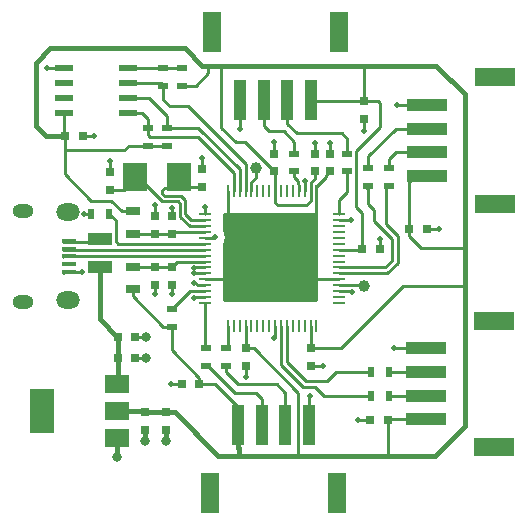
<source format=gbr>
G04 #@! TF.GenerationSoftware,KiCad,Pcbnew,(5.1.0)-1*
G04 #@! TF.CreationDate,2019-04-02T00:44:41+02:00*
G04 #@! TF.ProjectId,USB_UART_Dongle,5553425f-5541-4525-945f-446f6e676c65,rev?*
G04 #@! TF.SameCoordinates,Original*
G04 #@! TF.FileFunction,Copper,L1,Top*
G04 #@! TF.FilePolarity,Positive*
%FSLAX46Y46*%
G04 Gerber Fmt 4.6, Leading zero omitted, Abs format (unit mm)*
G04 Created by KiCad (PCBNEW (5.1.0)-1) date 2019-04-02 00:44:41*
%MOMM*%
%LPD*%
G04 APERTURE LIST*
%ADD10R,2.000000X3.800000*%
%ADD11R,2.000000X1.500000*%
%ADD12R,0.900000X0.500000*%
%ADD13R,0.500000X0.900000*%
%ADD14R,1.300000X0.450000*%
%ADD15O,2.000000X1.450000*%
%ADD16O,1.800000X1.150000*%
%ADD17R,0.750000X0.800000*%
%ADD18R,1.300000X0.700000*%
%ADD19R,2.000000X2.400000*%
%ADD20R,1.550000X0.600000*%
%ADD21C,1.000000*%
%ADD22R,1.000000X3.500000*%
%ADD23R,1.500000X3.400000*%
%ADD24R,3.500000X1.000000*%
%ADD25R,3.400000X1.500000*%
%ADD26R,1.000000X0.250000*%
%ADD27R,0.250000X1.000000*%
%ADD28R,2.030000X1.140000*%
%ADD29R,0.800000X0.750000*%
%ADD30C,0.500000*%
%ADD31C,0.800000*%
%ADD32C,0.250000*%
%ADD33C,0.400000*%
%ADD34C,0.254000*%
G04 APERTURE END LIST*
D10*
X126900000Y-108800000D03*
D11*
X133200000Y-108800000D03*
X133200000Y-106500000D03*
X133200000Y-111100000D03*
D12*
X148250000Y-87000000D03*
X148250000Y-88500000D03*
X152750000Y-87000000D03*
X152750000Y-88500000D03*
X154500000Y-88250000D03*
X154500000Y-89750000D03*
X156250000Y-88250000D03*
X156250000Y-89750000D03*
D13*
X156250000Y-105500000D03*
X154750000Y-105500000D03*
X156250000Y-107500000D03*
X154750000Y-107500000D03*
D12*
X142500000Y-105000000D03*
X142500000Y-103500000D03*
X140750000Y-105000000D03*
X140750000Y-103500000D03*
D14*
X129150000Y-94400000D03*
X129150000Y-95050000D03*
X129150000Y-95700000D03*
X129150000Y-96350000D03*
X129150000Y-97000000D03*
D15*
X129100000Y-91975000D03*
X129100000Y-99425000D03*
D16*
X125300000Y-91825000D03*
X125300000Y-99575000D03*
D12*
X138775000Y-81250000D03*
X138775000Y-79750000D03*
D17*
X137875000Y-92300000D03*
X137875000Y-93800000D03*
D18*
X134575000Y-91900000D03*
X134575000Y-93800000D03*
D19*
X138475000Y-88950000D03*
X134775000Y-88950000D03*
D20*
X134175000Y-83605000D03*
X134175000Y-82335000D03*
X134175000Y-81065000D03*
X134175000Y-79795000D03*
X128775000Y-79795000D03*
X128775000Y-81065000D03*
X128775000Y-82335000D03*
X128775000Y-83605000D03*
D21*
X154175000Y-98200000D03*
X144975000Y-88200000D03*
D18*
X134575000Y-98500000D03*
X134575000Y-96600000D03*
D22*
X149675000Y-82475000D03*
X147675000Y-82475000D03*
X145675000Y-82475000D03*
X143675000Y-82475000D03*
D23*
X152025000Y-76725000D03*
X141325000Y-76725000D03*
D24*
X159500000Y-88900000D03*
X159500000Y-86900000D03*
X159500000Y-84900000D03*
X159500000Y-82900000D03*
D25*
X165250000Y-91250000D03*
X165250000Y-80550000D03*
D24*
X159425000Y-109500000D03*
X159425000Y-107500000D03*
X159425000Y-105500000D03*
X159425000Y-103500000D03*
D25*
X165175000Y-111850000D03*
X165175000Y-101150000D03*
D22*
X143500000Y-110025000D03*
X145500000Y-110025000D03*
X147500000Y-110025000D03*
X149500000Y-110025000D03*
D23*
X141150000Y-115775000D03*
X151850000Y-115775000D03*
D13*
X132575000Y-92100000D03*
X131075000Y-92100000D03*
D12*
X137175000Y-81250000D03*
X137175000Y-79750000D03*
X137875000Y-101650000D03*
X137875000Y-100150000D03*
X137475000Y-86350000D03*
X137475000Y-84850000D03*
X135875000Y-86350000D03*
X135875000Y-84850000D03*
D26*
X140675000Y-92150000D03*
X140675000Y-92650000D03*
X140675000Y-93150000D03*
X140675000Y-93650000D03*
X140675000Y-94150000D03*
X140675000Y-94650000D03*
X140675000Y-95150000D03*
X140675000Y-95650000D03*
X140675000Y-96150000D03*
X140675000Y-96650000D03*
X140675000Y-97150000D03*
X140675000Y-97650000D03*
X140675000Y-98150000D03*
X140675000Y-98650000D03*
X140675000Y-99150000D03*
X140675000Y-99650000D03*
D27*
X142625000Y-101600000D03*
X143125000Y-101600000D03*
X143625000Y-101600000D03*
X144125000Y-101600000D03*
X144625000Y-101600000D03*
X145125000Y-101600000D03*
X145625000Y-101600000D03*
X146125000Y-101600000D03*
X146625000Y-101600000D03*
X147125000Y-101600000D03*
X147625000Y-101600000D03*
X148125000Y-101600000D03*
X148625000Y-101600000D03*
X149125000Y-101600000D03*
X149625000Y-101600000D03*
X150125000Y-101600000D03*
D26*
X152075000Y-99650000D03*
X152075000Y-99150000D03*
X152075000Y-98650000D03*
X152075000Y-98150000D03*
X152075000Y-97650000D03*
X152075000Y-97150000D03*
X152075000Y-96650000D03*
X152075000Y-96150000D03*
X152075000Y-95650000D03*
X152075000Y-95150000D03*
X152075000Y-94650000D03*
X152075000Y-94150000D03*
X152075000Y-93650000D03*
X152075000Y-93150000D03*
X152075000Y-92650000D03*
X152075000Y-92150000D03*
D27*
X150125000Y-90200000D03*
X149625000Y-90200000D03*
X149125000Y-90200000D03*
X148625000Y-90200000D03*
X148125000Y-90200000D03*
X147625000Y-90200000D03*
X147125000Y-90200000D03*
X146625000Y-90200000D03*
X146125000Y-90200000D03*
X145625000Y-90200000D03*
X145125000Y-90200000D03*
X144625000Y-90200000D03*
X144125000Y-90200000D03*
X143625000Y-90200000D03*
X143125000Y-90200000D03*
X142625000Y-90200000D03*
D28*
X131775000Y-96600000D03*
X131775000Y-94200000D03*
D17*
X154175000Y-84050000D03*
X154175000Y-82550000D03*
D29*
X159475000Y-93400000D03*
X157975000Y-93400000D03*
X138725000Y-106500000D03*
X140225000Y-106500000D03*
X154675000Y-109600000D03*
X156175000Y-109600000D03*
X155475000Y-95100000D03*
X153975000Y-95100000D03*
D17*
X144175000Y-105000000D03*
X144175000Y-103500000D03*
X149975000Y-87000000D03*
X149975000Y-88500000D03*
X146575000Y-87000000D03*
X146575000Y-88500000D03*
X149675000Y-105000000D03*
X149675000Y-103500000D03*
X137875000Y-98100000D03*
X137875000Y-96600000D03*
X136475000Y-92300000D03*
X136475000Y-93800000D03*
X136475000Y-98100000D03*
X136475000Y-96600000D03*
X151275000Y-87000000D03*
X151275000Y-88500000D03*
X132675000Y-88600000D03*
X132675000Y-90100000D03*
X140475000Y-88300000D03*
X140475000Y-89800000D03*
X135575000Y-110425000D03*
X135575000Y-108925000D03*
X137375000Y-110425000D03*
X137375000Y-108925000D03*
D29*
X130325000Y-85550000D03*
X128825000Y-85550000D03*
X134800000Y-104300000D03*
X133300000Y-104300000D03*
X134800000Y-102500000D03*
X133300000Y-102500000D03*
D30*
X139775000Y-97150000D03*
X153075000Y-92650000D03*
X132675000Y-87600000D03*
X140475000Y-87400000D03*
X140675000Y-91500000D03*
X139754401Y-96725010D03*
X137875000Y-98900000D03*
X136475000Y-98900000D03*
X146575000Y-86000000D03*
X149975000Y-86100000D03*
X151275000Y-86100000D03*
X141575000Y-94100000D03*
X136475000Y-91400000D03*
X137871950Y-91625021D03*
X130475000Y-92100000D03*
X144175000Y-105900000D03*
X153114287Y-98725010D03*
X139757373Y-99225010D03*
X139753167Y-97925404D03*
X146549990Y-102620599D03*
X131275000Y-85550000D03*
X127275000Y-79800000D03*
X137775000Y-106500000D03*
X160475000Y-93400000D03*
X154175000Y-85100000D03*
X156975000Y-82900000D03*
X143675000Y-84900000D03*
X149575000Y-107500000D03*
X155475000Y-94200000D03*
X153675000Y-109600000D03*
X156675000Y-103500000D03*
X150675000Y-105000000D03*
X130300000Y-97000002D03*
D31*
X133200000Y-112725000D03*
X135575000Y-111375000D03*
X137375000Y-111375000D03*
X135725000Y-102500000D03*
X135700000Y-104300000D03*
D30*
X149123068Y-89310544D03*
D32*
X140675000Y-97150000D02*
X139775000Y-97150000D01*
X152075000Y-92650000D02*
X153075000Y-92650000D01*
X132675000Y-88600000D02*
X132675000Y-87950000D01*
X132675000Y-87950000D02*
X132675000Y-87600000D01*
X140475000Y-88300000D02*
X140475000Y-87650000D01*
X140475000Y-87650000D02*
X140475000Y-87400000D01*
X140675000Y-92150000D02*
X140675000Y-91775000D01*
X140675000Y-91775000D02*
X140675000Y-91500000D01*
X140675000Y-96650000D02*
X139829411Y-96650000D01*
X139829411Y-96650000D02*
X139754401Y-96725010D01*
X137875000Y-98100000D02*
X137875000Y-98900000D01*
X136475000Y-98100000D02*
X136475000Y-98900000D01*
X146575000Y-87000000D02*
X146575000Y-86350000D01*
X146575000Y-86350000D02*
X146575000Y-86000000D01*
X149975000Y-87000000D02*
X149975000Y-86350000D01*
X149975000Y-86350000D02*
X149975000Y-86100000D01*
X151275000Y-87000000D02*
X151275000Y-86100000D01*
X140675000Y-94150000D02*
X141525000Y-94150000D01*
X141525000Y-94150000D02*
X141575000Y-94100000D01*
X136475000Y-92300000D02*
X136475000Y-91400000D01*
X137875000Y-91628071D02*
X137871950Y-91625021D01*
X137875000Y-92300000D02*
X137875000Y-91628071D01*
X131075000Y-92100000D02*
X130475000Y-92100000D01*
X144175000Y-105000000D02*
X144175000Y-106000000D01*
X152075000Y-98650000D02*
X153039277Y-98650000D01*
X153039277Y-98650000D02*
X153114287Y-98725010D01*
X140675000Y-99150000D02*
X139832383Y-99150000D01*
X140675000Y-98150000D02*
X140061410Y-98150000D01*
X139832383Y-99150000D02*
X139757373Y-99225010D01*
X140061410Y-98150000D02*
X139836814Y-97925404D01*
X139836814Y-97925404D02*
X139753167Y-97925404D01*
X146625000Y-101600000D02*
X146625000Y-102545589D01*
X146625000Y-102545589D02*
X146549990Y-102620599D01*
X130325000Y-85550000D02*
X131275000Y-85550000D01*
X127750000Y-79795000D02*
X127745000Y-79800000D01*
X128775000Y-79795000D02*
X127750000Y-79795000D01*
X127745000Y-79800000D02*
X127275000Y-79800000D01*
X138825000Y-106500000D02*
X137775000Y-106500000D01*
X159475000Y-93400000D02*
X160475000Y-93400000D01*
X154175000Y-84050000D02*
X154175000Y-85100000D01*
X159500000Y-82900000D02*
X156975000Y-82900000D01*
X143675000Y-82475000D02*
X143675000Y-84475000D01*
X143675000Y-84475000D02*
X143675000Y-84900000D01*
X149525000Y-109750000D02*
X149525000Y-107550000D01*
X149525000Y-107550000D02*
X149575000Y-107500000D01*
X155475000Y-95100000D02*
X155475000Y-94200000D01*
X154675000Y-109600000D02*
X153675000Y-109600000D01*
X159500000Y-103500000D02*
X156675000Y-103500000D01*
X149675000Y-105000000D02*
X150675000Y-105000000D01*
X128685000Y-97090000D02*
X128774998Y-97000002D01*
X129946447Y-97000002D02*
X130300000Y-97000002D01*
X128774998Y-97000002D02*
X129946447Y-97000002D01*
D33*
X133200000Y-111100000D02*
X133200000Y-112250000D01*
X133200000Y-112250000D02*
X133200000Y-112725000D01*
X135575000Y-110425000D02*
X135575000Y-111375000D01*
X137375000Y-110425000D02*
X137375000Y-111225000D01*
X137375000Y-111375000D02*
X137375000Y-110425000D01*
D32*
X134800000Y-102500000D02*
X135450000Y-102500000D01*
X135450000Y-102500000D02*
X135725000Y-102500000D01*
X134800000Y-104300000D02*
X135700000Y-104300000D01*
X149125000Y-90200000D02*
X149125000Y-89312476D01*
X149125000Y-89312476D02*
X149123068Y-89310544D01*
D33*
X133275000Y-102500000D02*
X133300000Y-102500000D01*
X131775000Y-101000000D02*
X133275000Y-102500000D01*
X131775000Y-96600000D02*
X131775000Y-101000000D01*
X133300000Y-102500000D02*
X133300000Y-104300000D01*
X133300000Y-106400000D02*
X133200000Y-106500000D01*
X133300000Y-104300000D02*
X133300000Y-106400000D01*
D32*
X146625000Y-88550000D02*
X146575000Y-88500000D01*
X146625000Y-90200000D02*
X146625000Y-88550000D01*
X149625000Y-103450000D02*
X149675000Y-103500000D01*
X149625000Y-101600000D02*
X149625000Y-103450000D01*
X153925000Y-95150000D02*
X153975000Y-95100000D01*
X152075000Y-95150000D02*
X153925000Y-95150000D01*
X144125000Y-103450000D02*
X144175000Y-103500000D01*
X144125000Y-101600000D02*
X144125000Y-103450000D01*
X149688566Y-89436434D02*
X149975000Y-89150000D01*
X149975000Y-89150000D02*
X149975000Y-88500000D01*
X149625000Y-89650112D02*
X149688566Y-89586546D01*
X149625000Y-90200000D02*
X149625000Y-89650112D01*
X149688566Y-89586546D02*
X149688566Y-89436434D01*
X137475000Y-86350000D02*
X135875000Y-86350000D01*
X128775000Y-85500000D02*
X128825000Y-85550000D01*
X128775000Y-83605000D02*
X128775000Y-85500000D01*
X140975000Y-106500000D02*
X140325000Y-106500000D01*
X141525000Y-106500000D02*
X140975000Y-106500000D01*
X143525000Y-108500000D02*
X141525000Y-106500000D01*
X143525000Y-109750000D02*
X143525000Y-108500000D01*
X158475000Y-88900000D02*
X159500000Y-88900000D01*
X157975000Y-93400000D02*
X157975000Y-89400000D01*
X157975000Y-89400000D02*
X158475000Y-88900000D01*
X149750000Y-82550000D02*
X149675000Y-82475000D01*
X154175000Y-82550000D02*
X149750000Y-82550000D01*
D33*
X128825000Y-85550000D02*
X127225000Y-85550000D01*
X127225000Y-85550000D02*
X126375000Y-84700000D01*
X126375000Y-84700000D02*
X126375000Y-79300000D01*
X126375000Y-79300000D02*
X127575000Y-78100000D01*
X127575000Y-78100000D02*
X138975000Y-78100000D01*
X138975000Y-78100000D02*
X140475000Y-79600000D01*
X160275000Y-79600000D02*
X162675000Y-82000000D01*
D32*
X138775000Y-81250000D02*
X139925000Y-81250000D01*
X140975000Y-80200000D02*
X140975000Y-79600000D01*
X139925000Y-81250000D02*
X140975000Y-80200000D01*
D33*
X140475000Y-79600000D02*
X140975000Y-79600000D01*
D32*
X133675000Y-91900000D02*
X132775000Y-91000000D01*
X134575000Y-91900000D02*
X133675000Y-91900000D01*
X132775000Y-91000000D02*
X131075000Y-91000000D01*
X128825000Y-88750000D02*
X128825000Y-85550000D01*
X131075000Y-91000000D02*
X128825000Y-88750000D01*
X134225000Y-86350000D02*
X135875000Y-86350000D01*
X133875000Y-86700000D02*
X134225000Y-86350000D01*
X128825000Y-85550000D02*
X128825000Y-86700000D01*
X128825000Y-86700000D02*
X133875000Y-86700000D01*
X154175000Y-79700000D02*
X154075000Y-79600000D01*
X154175000Y-82550000D02*
X154175000Y-79700000D01*
D33*
X150450000Y-79600000D02*
X154075000Y-79600000D01*
D32*
X146575000Y-88475000D02*
X144100000Y-86000000D01*
X146575000Y-88500000D02*
X146575000Y-88475000D01*
X144100000Y-86000000D02*
X143275000Y-86000000D01*
X142075000Y-84800000D02*
X142075000Y-79600000D01*
X143275000Y-86000000D02*
X142075000Y-84800000D01*
D33*
X140975000Y-79600000D02*
X142075000Y-79600000D01*
X142075000Y-79600000D02*
X150450000Y-79600000D01*
D32*
X157975000Y-94025000D02*
X158950000Y-95000000D01*
X157975000Y-93400000D02*
X157975000Y-94025000D01*
X162575000Y-95000000D02*
X162675000Y-95100000D01*
X158950000Y-95000000D02*
X162575000Y-95000000D01*
D33*
X162675000Y-82000000D02*
X162675000Y-95100000D01*
D32*
X149675000Y-103500000D02*
X152175000Y-103500000D01*
X157475000Y-98200000D02*
X162675000Y-98200000D01*
X152175000Y-103500000D02*
X157475000Y-98200000D01*
D33*
X162675000Y-95100000D02*
X162675000Y-98200000D01*
D32*
X148575000Y-107275000D02*
X148575000Y-112600000D01*
X144800000Y-103500000D02*
X148575000Y-107275000D01*
X144175000Y-103500000D02*
X144800000Y-103500000D01*
D33*
X156275000Y-112600000D02*
X148575000Y-112600000D01*
D32*
X149625000Y-90200000D02*
X149625000Y-91050000D01*
X149625000Y-91050000D02*
X149275000Y-91400000D01*
X149275000Y-91400000D02*
X146875000Y-91400000D01*
X146625000Y-91150000D02*
X146625000Y-90200000D01*
X146875000Y-91400000D02*
X146625000Y-91150000D01*
D33*
X154075000Y-79600000D02*
X155175000Y-79600000D01*
X155175000Y-79600000D02*
X160275000Y-79600000D01*
D32*
X137175000Y-101650000D02*
X137875000Y-101650000D01*
X137125000Y-101650000D02*
X137175000Y-101650000D01*
X134575000Y-99100000D02*
X137125000Y-101650000D01*
X134575000Y-98500000D02*
X134575000Y-99100000D01*
D33*
X160175000Y-112600000D02*
X156275000Y-112600000D01*
X162675000Y-98200000D02*
X162675000Y-110100000D01*
X162675000Y-110100000D02*
X160175000Y-112600000D01*
D32*
X156275000Y-109500000D02*
X156175000Y-109600000D01*
X159500000Y-109500000D02*
X156275000Y-109500000D01*
X156175000Y-112500000D02*
X156275000Y-112600000D01*
X156175000Y-109600000D02*
X156175000Y-112500000D01*
D33*
X135450000Y-108800000D02*
X135575000Y-108925000D01*
X133200000Y-108800000D02*
X135450000Y-108800000D01*
X135575000Y-108925000D02*
X137375000Y-108925000D01*
X141825000Y-112600000D02*
X142350000Y-112600000D01*
X138150000Y-108925000D02*
X141825000Y-112600000D01*
X137375000Y-108925000D02*
X138150000Y-108925000D01*
X143550000Y-111925000D02*
X143550000Y-112600000D01*
X143525000Y-111900000D02*
X143550000Y-111925000D01*
X143525000Y-109750000D02*
X143525000Y-111900000D01*
X148575000Y-112600000D02*
X143550000Y-112600000D01*
X143550000Y-112600000D02*
X142350000Y-112600000D01*
D32*
X159450000Y-89000000D02*
X159525000Y-88925000D01*
X159700000Y-109750000D02*
X159775000Y-109675000D01*
X143250000Y-109950000D02*
X143325000Y-110025000D01*
X139325000Y-89800000D02*
X138475000Y-88950000D01*
X140475000Y-89800000D02*
X139325000Y-89800000D01*
X138475000Y-89150000D02*
X138475000Y-88950000D01*
X140675000Y-92650000D02*
X139525000Y-92650000D01*
X139525000Y-92650000D02*
X139025012Y-92150012D01*
X139025012Y-92150012D02*
X139025012Y-90950012D01*
X139025012Y-90950012D02*
X138675000Y-90600000D01*
X138675000Y-90600000D02*
X137275000Y-90600000D01*
X137275000Y-90600000D02*
X137075000Y-90400000D01*
X137075000Y-90400000D02*
X137075000Y-90100000D01*
X137075000Y-90100000D02*
X137275000Y-89900000D01*
X137525000Y-89900000D02*
X138475000Y-88950000D01*
X137275000Y-89900000D02*
X137525000Y-89900000D01*
X133300000Y-90100000D02*
X132675000Y-90100000D01*
X133825000Y-90100000D02*
X133300000Y-90100000D01*
X134775000Y-89150000D02*
X133825000Y-90100000D01*
X134775000Y-89150000D02*
X134775000Y-88950000D01*
X140675000Y-93150000D02*
X139388589Y-93150000D01*
X137088600Y-91050011D02*
X135188589Y-89150000D01*
X135188589Y-89150000D02*
X134775000Y-89150000D01*
X138388600Y-91050011D02*
X137088600Y-91050011D01*
X138575001Y-91236412D02*
X138388600Y-91050011D01*
X138575001Y-92336412D02*
X138575001Y-91236412D01*
X139388589Y-93150000D02*
X138575001Y-92336412D01*
X142625000Y-90200000D02*
X142625000Y-92450000D01*
X150125000Y-90200000D02*
X150125000Y-92050000D01*
X150125000Y-92050000D02*
X149675000Y-92500000D01*
X152075000Y-97650000D02*
X149825000Y-97650000D01*
X149825000Y-97650000D02*
X149925000Y-97650000D01*
X140675000Y-97650000D02*
X142425000Y-97650000D01*
X150125000Y-89825000D02*
X150975000Y-88975000D01*
X150125000Y-90200000D02*
X150125000Y-89825000D01*
X150975000Y-88800000D02*
X151275000Y-88500000D01*
X150975000Y-88975000D02*
X150975000Y-88800000D01*
X134575000Y-96600000D02*
X137875000Y-96600000D01*
X138325000Y-96150000D02*
X137875000Y-96600000D01*
X140675000Y-96150000D02*
X138325000Y-96150000D01*
X138025000Y-93650000D02*
X137875000Y-93800000D01*
X140675000Y-93650000D02*
X138025000Y-93650000D01*
X137875000Y-93800000D02*
X136475000Y-93800000D01*
X136475000Y-93800000D02*
X134575000Y-93800000D01*
X133325000Y-94650000D02*
X140675000Y-94650000D01*
X133115001Y-94440001D02*
X133325000Y-94650000D01*
X132775000Y-92300000D02*
X133115001Y-92640001D01*
X133115001Y-92640001D02*
X133115001Y-94440001D01*
X137925000Y-100150000D02*
X137875000Y-100150000D01*
X140675000Y-98650000D02*
X139425000Y-98650000D01*
X139425000Y-98650000D02*
X137925000Y-100150000D01*
X136990000Y-81065000D02*
X137175000Y-81250000D01*
X134175000Y-81065000D02*
X136990000Y-81065000D01*
X144125000Y-90200000D02*
X144125000Y-87900000D01*
X144125000Y-87900000D02*
X139225000Y-83000000D01*
X139225000Y-83000000D02*
X137725000Y-83000000D01*
X137175000Y-82450000D02*
X137175000Y-81250000D01*
X137725000Y-83000000D02*
X137175000Y-82450000D01*
X140125000Y-84850000D02*
X137475000Y-84850000D01*
X143625000Y-90200000D02*
X143625000Y-88350000D01*
X143625000Y-88350000D02*
X140125000Y-84850000D01*
X134175000Y-82335000D02*
X135960000Y-82335000D01*
X137475000Y-83850000D02*
X137475000Y-84850000D01*
X135960000Y-82335000D02*
X137475000Y-83850000D01*
X143125000Y-90200000D02*
X143125000Y-88650000D01*
X143125000Y-88650000D02*
X140075000Y-85600000D01*
X140075000Y-85600000D02*
X136075000Y-85600000D01*
X135875000Y-85400000D02*
X135875000Y-84850000D01*
X136075000Y-85600000D02*
X135875000Y-85400000D01*
X135875000Y-84850000D02*
X135875000Y-84100000D01*
X135380000Y-83605000D02*
X134175000Y-83605000D01*
X135875000Y-84100000D02*
X135380000Y-83605000D01*
X137130000Y-79795000D02*
X137175000Y-79750000D01*
X134175000Y-79795000D02*
X137130000Y-79795000D01*
X137175000Y-79750000D02*
X138775000Y-79750000D01*
X131485000Y-94490000D02*
X131775000Y-94200000D01*
X128685000Y-94490000D02*
X131485000Y-94490000D01*
X140665000Y-95140000D02*
X140675000Y-95150000D01*
X128685000Y-95140000D02*
X140665000Y-95140000D01*
X128685000Y-95700000D02*
X128685000Y-95790000D01*
X140675000Y-95650000D02*
X128735000Y-95650000D01*
X128735000Y-95650000D02*
X128685000Y-95700000D01*
X154125000Y-98150000D02*
X154175000Y-98200000D01*
X152075000Y-98150000D02*
X154125000Y-98150000D01*
X140225000Y-105975000D02*
X140225000Y-106500000D01*
X137875000Y-101650000D02*
X137875000Y-103625000D01*
X137875000Y-103625000D02*
X140225000Y-105975000D01*
X155300000Y-82550000D02*
X154175000Y-82550000D01*
X153500000Y-90285002D02*
X153474999Y-90260001D01*
X153474999Y-87739999D02*
X153500000Y-87714998D01*
X153500000Y-91500000D02*
X153500000Y-90285002D01*
X153500000Y-88785002D02*
X153474999Y-88760001D01*
X154000000Y-94450000D02*
X154000000Y-92000000D01*
X155500000Y-82750000D02*
X155300000Y-82550000D01*
X153975000Y-95100000D02*
X153975000Y-94475000D01*
X153975000Y-94475000D02*
X154000000Y-94450000D01*
X153474999Y-90260001D02*
X153474999Y-89239999D01*
X153474999Y-89239999D02*
X153500000Y-89214998D01*
X154000000Y-92000000D02*
X153500000Y-91500000D01*
X153500000Y-89214998D02*
X153500000Y-88785002D01*
X153474999Y-88760001D02*
X153474999Y-87739999D01*
X153500000Y-87714998D02*
X153500000Y-86750000D01*
X153500000Y-86750000D02*
X155500000Y-84750000D01*
X155500000Y-84750000D02*
X155500000Y-82750000D01*
X140675000Y-103425000D02*
X140750000Y-103500000D01*
X140675000Y-99650000D02*
X140675000Y-103425000D01*
X142625000Y-103375000D02*
X142500000Y-103500000D01*
X142625000Y-101600000D02*
X142625000Y-103375000D01*
X147125000Y-101600000D02*
X147125000Y-104875000D01*
X147125000Y-104875000D02*
X149000000Y-106750000D01*
X149000000Y-106750000D02*
X150000000Y-106750000D01*
X150750000Y-107500000D02*
X154750000Y-107500000D01*
X150000000Y-106750000D02*
X150750000Y-107500000D01*
X147625000Y-101600000D02*
X147625000Y-104625000D01*
X147625000Y-104625000D02*
X149250000Y-106250000D01*
X149250000Y-106250000D02*
X151000000Y-106250000D01*
X151750000Y-105500000D02*
X154750000Y-105500000D01*
X151000000Y-106250000D02*
X151750000Y-105500000D01*
X156100000Y-97150000D02*
X157000000Y-96250000D01*
X152075000Y-97150000D02*
X156100000Y-97150000D01*
X157000000Y-96250000D02*
X157000000Y-94000000D01*
X156000000Y-93000000D02*
X156000000Y-89750000D01*
X157000000Y-94000000D02*
X156000000Y-93000000D01*
X155963590Y-96650000D02*
X152825000Y-96650000D01*
X154500000Y-90000000D02*
X154500000Y-91250000D01*
X152825000Y-96650000D02*
X152075000Y-96650000D01*
X154250000Y-89750000D02*
X154500000Y-90000000D01*
X156500000Y-96113590D02*
X155963590Y-96650000D01*
X154500000Y-91250000D02*
X155000000Y-91750000D01*
X155000000Y-91750000D02*
X155000000Y-92750000D01*
X155000000Y-92750000D02*
X156500000Y-94250000D01*
X156500000Y-94250000D02*
X156500000Y-96113590D01*
X152750000Y-88500000D02*
X152750000Y-90250000D01*
X152075000Y-90925000D02*
X152075000Y-92150000D01*
X152750000Y-90250000D02*
X152075000Y-90925000D01*
X148250000Y-89000000D02*
X148250000Y-88500000D01*
X148548058Y-89298058D02*
X148250000Y-89000000D01*
X148548058Y-89554756D02*
X148548058Y-89298058D01*
X148625000Y-89631698D02*
X148548058Y-89554756D01*
X148625000Y-90200000D02*
X148625000Y-89631698D01*
X144975000Y-89100000D02*
X144975000Y-88200000D01*
X144625000Y-90200000D02*
X144625000Y-89450000D01*
X144625000Y-89450000D02*
X144975000Y-89100000D01*
X140950000Y-105000000D02*
X143200000Y-107250000D01*
X140750000Y-105000000D02*
X140950000Y-105000000D01*
X143200000Y-107250000D02*
X145000000Y-107250000D01*
X145500000Y-107750000D02*
X145500000Y-110025000D01*
X145000000Y-107250000D02*
X145500000Y-107750000D01*
X142500000Y-105000000D02*
X142500000Y-105500000D01*
X142500000Y-105500000D02*
X143500000Y-106500000D01*
X143500000Y-106500000D02*
X146750000Y-106500000D01*
X147500000Y-107250000D02*
X147500000Y-110025000D01*
X146750000Y-106500000D02*
X147500000Y-107250000D01*
X156250000Y-107500000D02*
X159425000Y-107500000D01*
X156250000Y-105500000D02*
X159425000Y-105500000D01*
X156250000Y-88000000D02*
X156000000Y-88250000D01*
X156250000Y-87500000D02*
X156250000Y-88000000D01*
X159500000Y-86900000D02*
X156850000Y-86900000D01*
X156850000Y-86900000D02*
X156250000Y-87500000D01*
X154500000Y-88000000D02*
X154250000Y-88250000D01*
X154500000Y-87250000D02*
X154500000Y-88000000D01*
X159500000Y-84900000D02*
X156850000Y-84900000D01*
X156850000Y-84900000D02*
X154500000Y-87250000D01*
X147675000Y-84475000D02*
X148450000Y-85250000D01*
X147675000Y-82475000D02*
X147675000Y-84475000D01*
X148450000Y-85250000D02*
X152250000Y-85250000D01*
X152750000Y-85750000D02*
X152750000Y-87000000D01*
X152250000Y-85250000D02*
X152750000Y-85750000D01*
X148250000Y-86000000D02*
X148250000Y-87000000D01*
X147350000Y-85100000D02*
X148250000Y-86000000D01*
X146075000Y-85100000D02*
X147350000Y-85100000D01*
X145675000Y-82475000D02*
X145675000Y-84700000D01*
X145675000Y-84700000D02*
X146075000Y-85100000D01*
D34*
G36*
X146726014Y-92149003D02*
G01*
X146837667Y-92160000D01*
X146837676Y-92160000D01*
X146874999Y-92163676D01*
X146912322Y-92160000D01*
X149237678Y-92160000D01*
X149275000Y-92163676D01*
X149312322Y-92160000D01*
X149312333Y-92160000D01*
X149423986Y-92149003D01*
X149496521Y-92127000D01*
X150048000Y-92127000D01*
X150048000Y-99373000D01*
X142302000Y-99373000D01*
X142302000Y-94604926D01*
X142359277Y-94519205D01*
X142425990Y-94358145D01*
X142460000Y-94187165D01*
X142460000Y-94012835D01*
X142425990Y-93841855D01*
X142359277Y-93680795D01*
X142302000Y-93595074D01*
X142302000Y-92127000D01*
X146653479Y-92127000D01*
X146726014Y-92149003D01*
X146726014Y-92149003D01*
G37*
X146726014Y-92149003D02*
X146837667Y-92160000D01*
X146837676Y-92160000D01*
X146874999Y-92163676D01*
X146912322Y-92160000D01*
X149237678Y-92160000D01*
X149275000Y-92163676D01*
X149312322Y-92160000D01*
X149312333Y-92160000D01*
X149423986Y-92149003D01*
X149496521Y-92127000D01*
X150048000Y-92127000D01*
X150048000Y-99373000D01*
X142302000Y-99373000D01*
X142302000Y-94604926D01*
X142359277Y-94519205D01*
X142425990Y-94358145D01*
X142460000Y-94187165D01*
X142460000Y-94012835D01*
X142425990Y-93841855D01*
X142359277Y-93680795D01*
X142302000Y-93595074D01*
X142302000Y-92127000D01*
X146653479Y-92127000D01*
X146726014Y-92149003D01*
M02*

</source>
